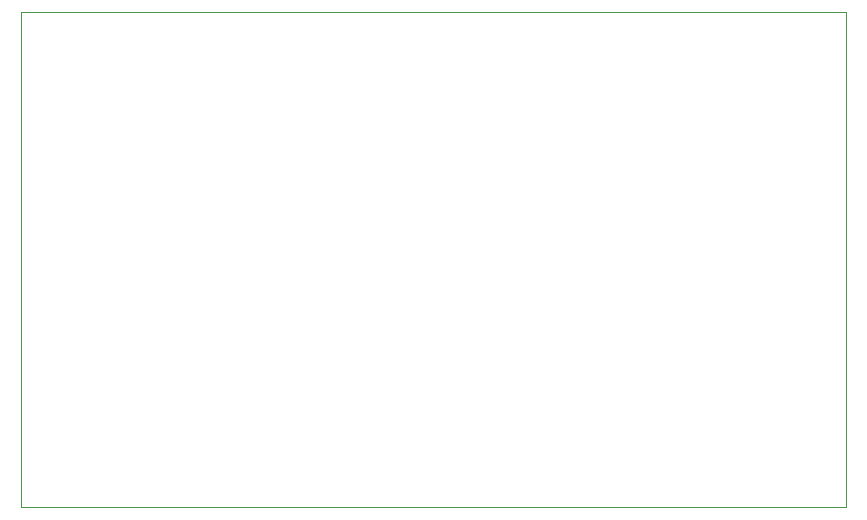
<source format=gbr>
G04 #@! TF.GenerationSoftware,KiCad,Pcbnew,5.1.5-52549c5~84~ubuntu18.04.1*
G04 #@! TF.CreationDate,2019-12-29T09:20:39+09:30*
G04 #@! TF.ProjectId,SpectrumAnalyser,53706563-7472-4756-9d41-6e616c797365,rev?*
G04 #@! TF.SameCoordinates,Original*
G04 #@! TF.FileFunction,Profile,NP*
%FSLAX46Y46*%
G04 Gerber Fmt 4.6, Leading zero omitted, Abs format (unit mm)*
G04 Created by KiCad (PCBNEW 5.1.5-52549c5~84~ubuntu18.04.1) date 2019-12-29 09:20:39*
%MOMM*%
%LPD*%
G04 APERTURE LIST*
%ADD10C,0.050000*%
G04 APERTURE END LIST*
D10*
X146050000Y-78740000D02*
X215900000Y-78740000D01*
X146050000Y-120650000D02*
X146050000Y-78740000D01*
X215900000Y-120650000D02*
X146050000Y-120650000D01*
X215900000Y-78740000D02*
X215900000Y-120650000D01*
M02*

</source>
